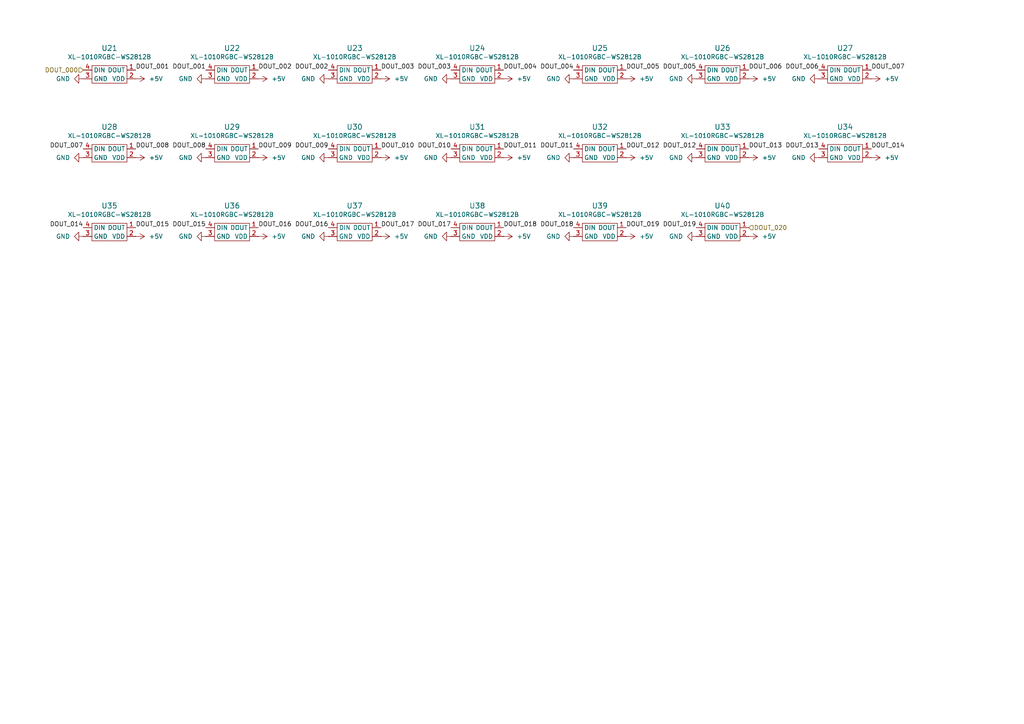
<source format=kicad_sch>
(kicad_sch (version 20250114) (generator "eeschema") (generator_version "9.0")
  (paper "A4")
  (lib_symbols
    (symbol "SK6805-EC10-000:SK6805_EC10-000"
      (property "Reference" "U" (at -2.54 3.556 0))
      (property "Value" "XL-1010RGBC-WS2812B" (at 1.016 -3.81 0))
      (symbol "SK6805_EC10-000_1_1"
        (rectangle (start -5.08 2.54) (end 5.08 -2.54))
        (pin passive line (at -7.62 1.27 0) (length 2.54) (name "DIN") (number "4"))
        (pin passive line (at -7.62 -1.27 0) (length 2.54) (name "GND") (number "3"))
        (pin passive line (at 7.62 1.27 180) (length 2.54) (name "DOUT") (number "1"))
        (pin passive line (at 7.62 -1.27 180) (length 2.54) (name "VDD") (number "2"))
      )
    )
    (symbol "power:+5V" (power) (pin_numbers (hide yes)) (pin_names (offset 0) (hide yes))
      (property "Value" "+5V" (at 0 3.556 0))
      (symbol "+5V_0_1"
        (polyline (pts (xy -0.762 1.27) (xy 0 2.54)))
        (polyline (pts (xy 0 2.54) (xy 0.762 1.27)))
        (polyline (pts (xy 0 0) (xy 0 2.54)))
      )
      (symbol "+5V_1_1"
        (pin power_in line (at 0 0 90) (length 0) (name "~") (number "1"))
      )
    )
    (symbol "power:GND" (power) (pin_numbers (hide yes)) (pin_names (offset 0) (hide yes))
      (property "Value" "GND" (at 0 -3.81 0))
      (symbol "GND_0_1"
        (polyline (pts (xy 0 0) (xy 0 -1.27) (xy 1.27 -1.27) (xy 0 -2.54) (xy -1.27 -1.27) (xy 0 -1.27)))
      )
      (symbol "GND_1_1"
        (pin power_in line (at 0 0 270) (length 0) (name "~") (number "1"))
      )
    )
  )
  (label "DOUT_008" (at 59.69 43.18 180))
  (label "DOUT_012" (at 201.93 43.18 180))
  (label "DOUT_006" (at 237.49 20.32 180))
  (label "DOUT_011" (at 166.37 43.18 180))
  (label "DOUT_013" (at 237.49 43.18 180))
  (label "DOUT_016" (at 74.93 66.04 0))
  (label "DOUT_005" (at 181.61 20.32 0))
  (label "DOUT_006" (at 217.17 20.32 0))
  (label "DOUT_008" (at 39.37 43.18 0))
  (label "DOUT_009" (at 74.93 43.18 0))
  (label "DOUT_017" (at 110.49 66.04 0))
  (label "DOUT_016" (at 95.25 66.04 180))
  (label "DOUT_003" (at 110.49 20.32 0))
  (label "DOUT_004" (at 166.37 20.32 180))
  (label "DOUT_018" (at 146.05 66.04 0))
  (label "DOUT_010" (at 130.81 43.18 180))
  (label "DOUT_019" (at 201.93 66.04 180))
  (label "DOUT_018" (at 166.37 66.04 180))
  (label "DOUT_011" (at 146.05 43.18 0))
  (label "DOUT_019" (at 181.61 66.04 0))
  (label "DOUT_002" (at 74.93 20.32 0))
  (label "DOUT_002" (at 95.25 20.32 180))
  (label "DOUT_015" (at 59.69 66.04 180))
  (label "DOUT_012" (at 181.61 43.18 0))
  (label "DOUT_004" (at 146.05 20.32 0))
  (label "DOUT_010" (at 110.49 43.18 0))
  (label "DOUT_014" (at 24.13 66.04 180))
  (label "DOUT_007" (at 252.73 20.32 0))
  (label "DOUT_017" (at 130.81 66.04 180))
  (label "DOUT_013" (at 217.17 43.18 0))
  (label "DOUT_015" (at 39.37 66.04 0))
  (label "DOUT_007" (at 24.13 43.18 180))
  (label "DOUT_003" (at 130.81 20.32 180))
  (label "DOUT_005" (at 201.93 20.32 180))
  (label "DOUT_001" (at 39.37 20.32 0))
  (label "DOUT_014" (at 252.73 43.18 0))
  (label "DOUT_009" (at 95.25 43.18 180))
  (label "DOUT_001" (at 59.69 20.32 180))
  (hierarchical_label "DOUT_020" (shape input) (at 217.17 66.04 0))
  (hierarchical_label "DOUT_000" (shape input) (at 24.13 20.32 180))
  (symbol (lib_id "SK6805-EC10-000:SK6805_EC10-000") (at 67.31 44.45 0) (unit 1)
    (property "Reference" "U29" (at 67.31 36.83 0) (effects (font (size 1.524 1.524))))
    (property "Value" "XL-1010RGBC-WS2812B" (at 67.31 39.37 0))
    (property "Footprint" "SK6805-EC10-000:SMD-4P,1.1x1.1mm" (effects (hide yes)))
    (property "Datasheet" "4492" (effects (hide yes)))
    (property "LCSC" "C5349953" (effects (hide yes)))
  )
  (symbol (lib_id "power:GND") (at 166.37 45.72 270) (unit 1)
    (property "Reference" "#PWR130" (effects (hide yes)))
    (property "Value" "GND" (at 162.56 45.7199 90) (effects (justify right)))
    (property "Description" "Power symbol creates a global label with name \"GND\" , ground" (effects (hide yes)))
  )
  (symbol (lib_id "power:GND") (at 201.93 68.58 270) (unit 1)
    (property "Reference" "#PWR143" (effects (hide yes)))
    (property "Value" "GND" (at 198.12 68.5799 90) (effects (justify right)))
    (property "Description" "Power symbol creates a global label with name \"GND\" , ground" (effects (hide yes)))
  )
  (symbol (lib_id "power:+5V") (at 252.73 45.72 270) (unit 1)
    (property "Reference" "#PWR160" (effects (hide yes)))
    (property "Value" "+5V" (at 256.54 45.7201 90) (effects (justify left)))
    (property "Description" "Power symbol creates a global label with name \"+5V\"" (effects (hide yes)))
  )
  (symbol (lib_id "SK6805-EC10-000:SK6805_EC10-000") (at 209.55 21.59 0) (unit 1)
    (property "Reference" "U26" (at 209.55 13.97 0) (effects (font (size 1.524 1.524))))
    (property "Value" "XL-1010RGBC-WS2812B" (at 209.55 16.51 0))
    (property "Footprint" "SK6805-EC10-000:SMD-4P,1.1x1.1mm" (effects (hide yes)))
    (property "Datasheet" "4492" (effects (hide yes)))
    (property "LCSC" "C5349953" (effects (hide yes)))
  )
  (symbol (lib_id "power:+5V") (at 217.17 22.86 270) (unit 1)
    (property "Reference" "#PWR150" (effects (hide yes)))
    (property "Value" "+5V" (at 220.98 22.8601 90) (effects (justify left)))
    (property "Description" "Power symbol creates a global label with name \"+5V\"" (effects (hide yes)))
  )
  (symbol (lib_id "power:+5V") (at 252.73 22.86 270) (unit 1)
    (property "Reference" "#PWR159" (effects (hide yes)))
    (property "Value" "+5V" (at 256.54 22.8601 90) (effects (justify left)))
    (property "Description" "Power symbol creates a global label with name \"+5V\"" (effects (hide yes)))
  )
  (symbol (lib_id "SK6805-EC10-000:SK6805_EC10-000") (at 245.11 21.59 0) (unit 1)
    (property "Reference" "U27" (at 245.11 13.97 0) (effects (font (size 1.524 1.524))))
    (property "Value" "XL-1010RGBC-WS2812B" (at 245.11 16.51 0))
    (property "Footprint" "SK6805-EC10-000:SMD-4P,1.1x1.1mm" (effects (hide yes)))
    (property "Datasheet" "4492" (effects (hide yes)))
    (property "LCSC" "C5349953" (effects (hide yes)))
  )
  (symbol (lib_id "power:GND") (at 95.25 68.58 270) (unit 1)
    (property "Reference" "#PWR107" (effects (hide yes)))
    (property "Value" "GND" (at 91.44 68.5799 90) (effects (justify right)))
    (property "Description" "Power symbol creates a global label with name \"GND\" , ground" (effects (hide yes)))
  )
  (symbol (lib_id "power:+5V") (at 181.61 22.86 270) (unit 1)
    (property "Reference" "#PWR138" (effects (hide yes)))
    (property "Value" "+5V" (at 185.42 22.8601 90) (effects (justify left)))
    (property "Description" "Power symbol creates a global label with name \"+5V\"" (effects (hide yes)))
  )
  (symbol (lib_id "power:+5V") (at 74.93 45.72 270) (unit 1)
    (property "Reference" "#PWR103" (effects (hide yes)))
    (property "Value" "+5V" (at 78.74 45.7201 90) (effects (justify left)))
    (property "Description" "Power symbol creates a global label with name \"+5V\"" (effects (hide yes)))
  )
  (symbol (lib_id "power:+5V") (at 181.61 45.72 270) (unit 1)
    (property "Reference" "#PWR139" (effects (hide yes)))
    (property "Value" "+5V" (at 185.42 45.7201 90) (effects (justify left)))
    (property "Description" "Power symbol creates a global label with name \"+5V\"" (effects (hide yes)))
  )
  (symbol (lib_id "power:GND") (at 59.69 22.86 270) (unit 1)
    (property "Reference" "#PWR93" (effects (hide yes)))
    (property "Value" "GND" (at 55.88 22.8599 90) (effects (justify right)))
    (property "Description" "Power symbol creates a global label with name \"GND\" , ground" (effects (hide yes)))
  )
  (symbol (lib_id "power:+5V") (at 39.37 68.58 270) (unit 1)
    (property "Reference" "#PWR92" (effects (hide yes)))
    (property "Value" "+5V" (at 43.18 68.5801 90) (effects (justify left)))
    (property "Description" "Power symbol creates a global label with name \"+5V\"" (effects (hide yes)))
  )
  (symbol (lib_id "power:GND") (at 24.13 45.72 270) (unit 1)
    (property "Reference" "#PWR82" (effects (hide yes)))
    (property "Value" "GND" (at 20.32 45.7199 90) (effects (justify right)))
    (property "Description" "Power symbol creates a global label with name \"GND\" , ground" (effects (hide yes)))
  )
  (symbol (lib_id "power:GND") (at 95.25 22.86 270) (unit 1)
    (property "Reference" "#PWR105" (effects (hide yes)))
    (property "Value" "GND" (at 91.44 22.8599 90) (effects (justify right)))
    (property "Description" "Power symbol creates a global label with name \"GND\" , ground" (effects (hide yes)))
  )
  (symbol (lib_id "power:GND") (at 59.69 45.72 270) (unit 1)
    (property "Reference" "#PWR94" (effects (hide yes)))
    (property "Value" "GND" (at 55.88 45.7199 90) (effects (justify right)))
    (property "Description" "Power symbol creates a global label with name \"GND\" , ground" (effects (hide yes)))
  )
  (symbol (lib_id "power:GND") (at 59.69 68.58 270) (unit 1)
    (property "Reference" "#PWR95" (effects (hide yes)))
    (property "Value" "GND" (at 55.88 68.5799 90) (effects (justify right)))
    (property "Description" "Power symbol creates a global label with name \"GND\" , ground" (effects (hide yes)))
  )
  (symbol (lib_id "power:+5V") (at 39.37 45.72 270) (unit 1)
    (property "Reference" "#PWR91" (effects (hide yes)))
    (property "Value" "+5V" (at 43.18 45.7201 90) (effects (justify left)))
    (property "Description" "Power symbol creates a global label with name \"+5V\"" (effects (hide yes)))
  )
  (symbol (lib_id "power:+5V") (at 74.93 22.86 270) (unit 1)
    (property "Reference" "#PWR102" (effects (hide yes)))
    (property "Value" "+5V" (at 78.74 22.8601 90) (effects (justify left)))
    (property "Description" "Power symbol creates a global label with name \"+5V\"" (effects (hide yes)))
  )
  (symbol (lib_id "SK6805-EC10-000:SK6805_EC10-000") (at 138.43 21.59 0) (unit 1)
    (property "Reference" "U24" (at 138.43 13.97 0) (effects (font (size 1.524 1.524))))
    (property "Value" "XL-1010RGBC-WS2812B" (at 138.43 16.51 0))
    (property "Footprint" "SK6805-EC10-000:SMD-4P,1.1x1.1mm" (effects (hide yes)))
    (property "Datasheet" "4492" (effects (hide yes)))
    (property "LCSC" "C5349953" (effects (hide yes)))
  )
  (symbol (lib_id "power:+5V") (at 74.93 68.58 270) (unit 1)
    (property "Reference" "#PWR104" (effects (hide yes)))
    (property "Value" "+5V" (at 78.74 68.5801 90) (effects (justify left)))
    (property "Description" "Power symbol creates a global label with name \"+5V\"" (effects (hide yes)))
  )
  (symbol (lib_id "power:GND") (at 166.37 68.58 270) (unit 1)
    (property "Reference" "#PWR131" (effects (hide yes)))
    (property "Value" "GND" (at 162.56 68.5799 90) (effects (justify right)))
    (property "Description" "Power symbol creates a global label with name \"GND\" , ground" (effects (hide yes)))
  )
  (symbol (lib_id "power:GND") (at 130.81 45.72 270) (unit 1)
    (property "Reference" "#PWR118" (effects (hide yes)))
    (property "Value" "GND" (at 127 45.7199 90) (effects (justify right)))
    (property "Description" "Power symbol creates a global label with name \"GND\" , ground" (effects (hide yes)))
  )
  (symbol (lib_id "SK6805-EC10-000:SK6805_EC10-000") (at 31.75 44.45 0) (unit 1)
    (property "Reference" "U28" (at 31.75 36.83 0) (effects (font (size 1.524 1.524))))
    (property "Value" "XL-1010RGBC-WS2812B" (at 31.75 39.37 0))
    (property "Footprint" "SK6805-EC10-000:SMD-4P,1.1x1.1mm" (effects (hide yes)))
    (property "Datasheet" "4492" (effects (hide yes)))
    (property "LCSC" "C5349953" (effects (hide yes)))
  )
  (symbol (lib_id "power:GND") (at 130.81 68.58 270) (unit 1)
    (property "Reference" "#PWR119" (effects (hide yes)))
    (property "Value" "GND" (at 127 68.5799 90) (effects (justify right)))
    (property "Description" "Power symbol creates a global label with name \"GND\" , ground" (effects (hide yes)))
  )
  (symbol (lib_id "power:+5V") (at 181.61 68.58 270) (unit 1)
    (property "Reference" "#PWR140" (effects (hide yes)))
    (property "Value" "+5V" (at 185.42 68.5801 90) (effects (justify left)))
    (property "Description" "Power symbol creates a global label with name \"+5V\"" (effects (hide yes)))
  )
  (symbol (lib_id "SK6805-EC10-000:SK6805_EC10-000") (at 209.55 44.45 0) (unit 1)
    (property "Reference" "U33" (at 209.55 36.83 0) (effects (font (size 1.524 1.524))))
    (property "Value" "XL-1010RGBC-WS2812B" (at 209.55 39.37 0))
    (property "Footprint" "SK6805-EC10-000:SMD-4P,1.1x1.1mm" (effects (hide yes)))
    (property "Datasheet" "4492" (effects (hide yes)))
    (property "LCSC" "C5349953" (effects (hide yes)))
  )
  (symbol (lib_id "power:+5V") (at 146.05 68.58 270) (unit 1)
    (property "Reference" "#PWR128" (effects (hide yes)))
    (property "Value" "+5V" (at 149.86 68.5801 90) (effects (justify left)))
    (property "Description" "Power symbol creates a global label with name \"+5V\"" (effects (hide yes)))
  )
  (symbol (lib_id "SK6805-EC10-000:SK6805_EC10-000") (at 102.87 21.59 0) (unit 1)
    (property "Reference" "U23" (at 102.87 13.97 0) (effects (font (size 1.524 1.524))))
    (property "Value" "XL-1010RGBC-WS2812B" (at 102.87 16.51 0))
    (property "Footprint" "SK6805-EC10-000:SMD-4P,1.1x1.1mm" (effects (hide yes)))
    (property "Datasheet" "4492" (effects (hide yes)))
    (property "LCSC" "C5349953" (effects (hide yes)))
  )
  (symbol (lib_id "power:+5V") (at 217.17 68.58 270) (unit 1)
    (property "Reference" "#PWR152" (effects (hide yes)))
    (property "Value" "+5V" (at 220.98 68.5801 90) (effects (justify left)))
    (property "Description" "Power symbol creates a global label with name \"+5V\"" (effects (hide yes)))
  )
  (symbol (lib_id "power:GND") (at 24.13 68.58 270) (unit 1)
    (property "Reference" "#PWR83" (effects (hide yes)))
    (property "Value" "GND" (at 20.32 68.5799 90) (effects (justify right)))
    (property "Description" "Power symbol creates a global label with name \"GND\" , ground" (effects (hide yes)))
  )
  (symbol (lib_id "SK6805-EC10-000:SK6805_EC10-000") (at 67.31 67.31 0) (unit 1)
    (property "Reference" "U36" (at 67.31 59.69 0) (effects (font (size 1.524 1.524))))
    (property "Value" "XL-1010RGBC-WS2812B" (at 67.31 62.23 0))
    (property "Footprint" "SK6805-EC10-000:SMD-4P,1.1x1.1mm" (effects (hide yes)))
    (property "Datasheet" "4492" (effects (hide yes)))
    (property "LCSC" "C5349953" (effects (hide yes)))
  )
  (symbol (lib_id "power:GND") (at 95.25 45.72 270) (unit 1)
    (property "Reference" "#PWR106" (effects (hide yes)))
    (property "Value" "GND" (at 91.44 45.7199 90) (effects (justify right)))
    (property "Description" "Power symbol creates a global label with name \"GND\" , ground" (effects (hide yes)))
  )
  (symbol (lib_id "power:+5V") (at 39.37 22.86 270) (unit 1)
    (property "Reference" "#PWR90" (effects (hide yes)))
    (property "Value" "+5V" (at 43.18 22.8601 90) (effects (justify left)))
    (property "Description" "Power symbol creates a global label with name \"+5V\"" (effects (hide yes)))
  )
  (symbol (lib_id "SK6805-EC10-000:SK6805_EC10-000") (at 31.75 67.31 0) (unit 1)
    (property "Reference" "U35" (at 31.75 59.69 0) (effects (font (size 1.524 1.524))))
    (property "Value" "XL-1010RGBC-WS2812B" (at 31.75 62.23 0))
    (property "Footprint" "SK6805-EC10-000:SMD-4P,1.1x1.1mm" (effects (hide yes)))
    (property "Datasheet" "4492" (effects (hide yes)))
    (property "LCSC" "C5349953" (effects (hide yes)))
  )
  (symbol (lib_id "SK6805-EC10-000:SK6805_EC10-000") (at 245.11 44.45 0) (unit 1)
    (property "Reference" "U34" (at 245.11 36.83 0) (effects (font (size 1.524 1.524))))
    (property "Value" "XL-1010RGBC-WS2812B" (at 245.11 39.37 0))
    (property "Footprint" "SK6805-EC10-000:SMD-4P,1.1x1.1mm" (effects (hide yes)))
    (property "Datasheet" "4492" (effects (hide yes)))
    (property "LCSC" "C5349953" (effects (hide yes)))
  )
  (symbol (lib_id "SK6805-EC10-000:SK6805_EC10-000") (at 173.99 44.45 0) (unit 1)
    (property "Reference" "U32" (at 173.99 36.83 0) (effects (font (size 1.524 1.524))))
    (property "Value" "XL-1010RGBC-WS2812B" (at 173.99 39.37 0))
    (property "Footprint" "SK6805-EC10-000:SMD-4P,1.1x1.1mm" (effects (hide yes)))
    (property "Datasheet" "4492" (effects (hide yes)))
    (property "LCSC" "C5349953" (effects (hide yes)))
  )
  (symbol (lib_id "SK6805-EC10-000:SK6805_EC10-000") (at 102.87 44.45 0) (unit 1)
    (property "Reference" "U30" (at 102.87 36.83 0) (effects (font (size 1.524 1.524))))
    (property "Value" "XL-1010RGBC-WS2812B" (at 102.87 39.37 0))
    (property "Footprint" "SK6805-EC10-000:SMD-4P,1.1x1.1mm" (effects (hide yes)))
    (property "Datasheet" "4492" (effects (hide yes)))
    (property "LCSC" "C5349953" (effects (hide yes)))
  )
  (symbol (lib_id "SK6805-EC10-000:SK6805_EC10-000") (at 138.43 67.31 0) (unit 1)
    (property "Reference" "U38" (at 138.43 59.69 0) (effects (font (size 1.524 1.524))))
    (property "Value" "XL-1010RGBC-WS2812B" (at 138.43 62.23 0))
    (property "Footprint" "SK6805-EC10-000:SMD-4P,1.1x1.1mm" (effects (hide yes)))
    (property "Datasheet" "4492" (effects (hide yes)))
    (property "LCSC" "C5349953" (effects (hide yes)))
  )
  (symbol (lib_id "SK6805-EC10-000:SK6805_EC10-000") (at 173.99 21.59 0) (unit 1)
    (property "Reference" "U25" (at 173.99 13.97 0) (effects (font (size 1.524 1.524))))
    (property "Value" "XL-1010RGBC-WS2812B" (at 173.99 16.51 0))
    (property "Footprint" "SK6805-EC10-000:SMD-4P,1.1x1.1mm" (effects (hide yes)))
    (property "Datasheet" "4492" (effects (hide yes)))
    (property "LCSC" "C5349953" (effects (hide yes)))
  )
  (symbol (lib_id "SK6805-EC10-000:SK6805_EC10-000") (at 173.99 67.31 0) (unit 1)
    (property "Reference" "U39" (at 173.99 59.69 0) (effects (font (size 1.524 1.524))))
    (property "Value" "XL-1010RGBC-WS2812B" (at 173.99 62.23 0))
    (property "Footprint" "SK6805-EC10-000:SMD-4P,1.1x1.1mm" (effects (hide yes)))
    (property "Datasheet" "4492" (effects (hide yes)))
    (property "LCSC" "C5349953" (effects (hide yes)))
  )
  (symbol (lib_id "power:GND") (at 237.49 22.86 270) (unit 1)
    (property "Reference" "#PWR153" (effects (hide yes)))
    (property "Value" "GND" (at 233.68 22.8599 90) (effects (justify right)))
    (property "Description" "Power symbol creates a global label with name \"GND\" , ground" (effects (hide yes)))
  )
  (symbol (lib_id "power:+5V") (at 110.49 45.72 270) (unit 1)
    (property "Reference" "#PWR115" (effects (hide yes)))
    (property "Value" "+5V" (at 114.3 45.7201 90) (effects (justify left)))
    (property "Description" "Power symbol creates a global label with name \"+5V\"" (effects (hide yes)))
  )
  (symbol (lib_id "SK6805-EC10-000:SK6805_EC10-000") (at 67.31 21.59 0) (unit 1)
    (property "Reference" "U22" (at 67.31 13.97 0) (effects (font (size 1.524 1.524))))
    (property "Value" "XL-1010RGBC-WS2812B" (at 67.31 16.51 0))
    (property "Footprint" "SK6805-EC10-000:SMD-4P,1.1x1.1mm" (effects (hide yes)))
    (property "Datasheet" "4492" (effects (hide yes)))
    (property "LCSC" "C5349953" (effects (hide yes)))
  )
  (symbol (lib_id "power:+5V") (at 146.05 22.86 270) (unit 1)
    (property "Reference" "#PWR126" (effects (hide yes)))
    (property "Value" "+5V" (at 149.86 22.8601 90) (effects (justify left)))
    (property "Description" "Power symbol creates a global label with name \"+5V\"" (effects (hide yes)))
  )
  (symbol (lib_id "power:+5V") (at 217.17 45.72 270) (unit 1)
    (property "Reference" "#PWR151" (effects (hide yes)))
    (property "Value" "+5V" (at 220.98 45.7201 90) (effects (justify left)))
    (property "Description" "Power symbol creates a global label with name \"+5V\"" (effects (hide yes)))
  )
  (symbol (lib_id "power:+5V") (at 110.49 68.58 270) (unit 1)
    (property "Reference" "#PWR116" (effects (hide yes)))
    (property "Value" "+5V" (at 114.3 68.5801 90) (effects (justify left)))
    (property "Description" "Power symbol creates a global label with name \"+5V\"" (effects (hide yes)))
  )
  (symbol (lib_id "power:GND") (at 201.93 22.86 270) (unit 1)
    (property "Reference" "#PWR141" (effects (hide yes)))
    (property "Value" "GND" (at 198.12 22.8599 90) (effects (justify right)))
    (property "Description" "Power symbol creates a global label with name \"GND\" , ground" (effects (hide yes)))
  )
  (symbol (lib_id "power:GND") (at 237.49 45.72 270) (unit 1)
    (property "Reference" "#PWR154" (effects (hide yes)))
    (property "Value" "GND" (at 233.68 45.7199 90) (effects (justify right)))
    (property "Description" "Power symbol creates a global label with name \"GND\" , ground" (effects (hide yes)))
  )
  (symbol (lib_id "power:GND") (at 130.81 22.86 270) (unit 1)
    (property "Reference" "#PWR117" (effects (hide yes)))
    (property "Value" "GND" (at 127 22.8599 90) (effects (justify right)))
    (property "Description" "Power symbol creates a global label with name \"GND\" , ground" (effects (hide yes)))
  )
  (symbol (lib_id "power:+5V") (at 146.05 45.72 270) (unit 1)
    (property "Reference" "#PWR127" (effects (hide yes)))
    (property "Value" "+5V" (at 149.86 45.7201 90) (effects (justify left)))
    (property "Description" "Power symbol creates a global label with name \"+5V\"" (effects (hide yes)))
  )
  (symbol (lib_id "power:GND") (at 166.37 22.86 270) (unit 1)
    (property "Reference" "#PWR129" (effects (hide yes)))
    (property "Value" "GND" (at 162.56 22.8599 90) (effects (justify right)))
    (property "Description" "Power symbol creates a global label with name \"GND\" , ground" (effects (hide yes)))
  )
  (symbol (lib_id "SK6805-EC10-000:SK6805_EC10-000") (at 138.43 44.45 0) (unit 1)
    (property "Reference" "U31" (at 138.43 36.83 0) (effects (font (size 1.524 1.524))))
    (property "Value" "XL-1010RGBC-WS2812B" (at 138.43 39.37 0))
    (property "Footprint" "SK6805-EC10-000:SMD-4P,1.1x1.1mm" (effects (hide yes)))
    (property "Datasheet" "4492" (effects (hide yes)))
    (property "LCSC" "C5349953" (effects (hide yes)))
  )
  (symbol (lib_id "power:GND") (at 24.13 22.86 270) (unit 1)
    (property "Reference" "#PWR81" (effects (hide yes)))
    (property "Value" "GND" (at 20.32 22.8599 90) (effects (justify right)))
    (property "Description" "Power symbol creates a global label with name \"GND\" , ground" (effects (hide yes)))
  )
  (symbol (lib_id "SK6805-EC10-000:SK6805_EC10-000") (at 31.75 21.59 0) (unit 1)
    (property "Reference" "U21" (at 31.75 13.97 0) (effects (font (size 1.524 1.524))))
    (property "Value" "XL-1010RGBC-WS2812B" (at 31.75 16.51 0))
    (property "Footprint" "SK6805-EC10-000:SMD-4P,1.1x1.1mm" (effects (hide yes)))
    (property "Datasheet" "4492" (effects (hide yes)))
    (property "LCSC" "C5349953" (effects (hide yes)))
  )
  (symbol (lib_id "SK6805-EC10-000:SK6805_EC10-000") (at 102.87 67.31 0) (unit 1)
    (property "Reference" "U37" (at 102.87 59.69 0) (effects (font (size 1.524 1.524))))
    (property "Value" "XL-1010RGBC-WS2812B" (at 102.87 62.23 0))
    (property "Footprint" "SK6805-EC10-000:SMD-4P,1.1x1.1mm" (effects (hide yes)))
    (property "Datasheet" "4492" (effects (hide yes)))
    (property "LCSC" "C5349953" (effects (hide yes)))
  )
  (symbol (lib_id "power:+5V") (at 110.49 22.86 270) (unit 1)
    (property "Reference" "#PWR114" (effects (hide yes)))
    (property "Value" "+5V" (at 114.3 22.8601 90) (effects (justify left)))
    (property "Description" "Power symbol creates a global label with name \"+5V\"" (effects (hide yes)))
  )
  (symbol (lib_id "power:GND") (at 201.93 45.72 270) (unit 1)
    (property "Reference" "#PWR142" (effects (hide yes)))
    (property "Value" "GND" (at 198.12 45.7199 90) (effects (justify right)))
    (property "Description" "Power symbol creates a global label with name \"GND\" , ground" (effects (hide yes)))
  )
  (symbol (lib_id "SK6805-EC10-000:SK6805_EC10-000") (at 209.55 67.31 0) (unit 1)
    (property "Reference" "U40" (at 209.55 59.69 0) (effects (font (size 1.524 1.524))))
    (property "Value" "XL-1010RGBC-WS2812B" (at 209.55 62.23 0))
    (property "Footprint" "SK6805-EC10-000:SMD-4P,1.1x1.1mm" (effects (hide yes)))
    (property "Datasheet" "4492" (effects (hide yes)))
    (property "LCSC" "C5349953" (effects (hide yes)))
  )
)
</source>
